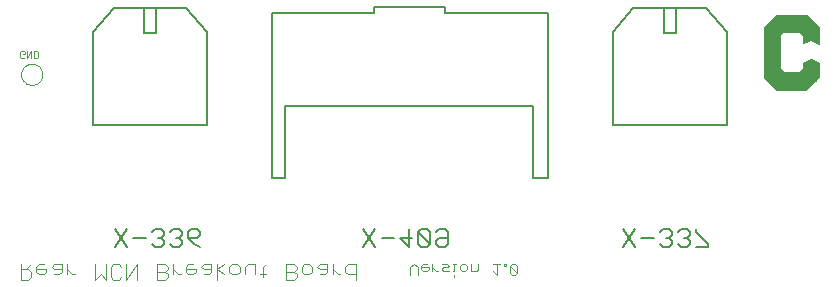
<source format=gbo>
G75*
G70*
%OFA0B0*%
%FSLAX24Y24*%
%IPPOS*%
%LPD*%
%AMOC8*
5,1,8,0,0,1.08239X$1,22.5*
%
%ADD10C,0.0050*%
%ADD11C,0.0020*%
%ADD12C,0.0039*%
%ADD13C,0.0040*%
%ADD14C,0.0030*%
%ADD15C,0.0020*%
D10*
X024221Y005884D02*
X024221Y008998D01*
X024910Y009786D01*
X027335Y009786D01*
X028024Y008998D01*
X028024Y005884D01*
X024221Y005884D01*
X025925Y008959D02*
X026319Y008959D01*
X026319Y009746D01*
X025925Y009746D02*
X025925Y008959D01*
X030177Y009628D02*
X030177Y004117D01*
X030610Y004117D01*
X030610Y006518D01*
X038878Y006518D01*
X038878Y004117D01*
X039390Y004117D01*
X039390Y009628D01*
X035965Y009628D01*
X035965Y009825D01*
X033603Y009825D01*
X033603Y009628D01*
X030177Y009628D01*
X041543Y008998D02*
X041543Y005884D01*
X045347Y005884D01*
X045347Y008998D01*
X044658Y009786D01*
X042232Y009786D01*
X041543Y008998D01*
X043248Y008959D02*
X043248Y009746D01*
X043642Y009746D02*
X043642Y008959D01*
X043248Y008959D01*
X043212Y002438D02*
X043111Y002336D01*
X043212Y002438D02*
X043416Y002438D01*
X043518Y002336D01*
X043518Y002234D01*
X043416Y002133D01*
X043314Y002133D01*
X043416Y002133D02*
X043518Y002031D01*
X043518Y001929D01*
X043416Y001827D01*
X043212Y001827D01*
X043111Y001929D01*
X042910Y002133D02*
X042503Y002133D01*
X042302Y002438D02*
X041895Y001827D01*
X042302Y001827D02*
X041895Y002438D01*
X043718Y002336D02*
X043820Y002438D01*
X044024Y002438D01*
X044125Y002336D01*
X044125Y002234D01*
X044024Y002133D01*
X043922Y002133D01*
X044024Y002133D02*
X044125Y002031D01*
X044125Y001929D01*
X044024Y001827D01*
X043820Y001827D01*
X043718Y001929D01*
X044326Y001827D02*
X044733Y001827D01*
X044733Y001929D01*
X044326Y002336D01*
X044326Y002438D01*
X036072Y002336D02*
X036072Y001929D01*
X035970Y001827D01*
X035766Y001827D01*
X035665Y001929D01*
X035665Y002031D01*
X035766Y002133D01*
X036072Y002133D01*
X036072Y002336D02*
X035970Y002438D01*
X035766Y002438D01*
X035665Y002336D01*
X035464Y002336D02*
X035362Y002438D01*
X035159Y002438D01*
X035057Y002336D01*
X035464Y001929D01*
X035464Y002336D01*
X035057Y002336D02*
X035057Y001929D01*
X035159Y001827D01*
X035362Y001827D01*
X035464Y001929D01*
X034856Y002133D02*
X034449Y002133D01*
X034754Y001827D01*
X034754Y002438D01*
X034249Y002133D02*
X033842Y002133D01*
X033641Y002438D02*
X033234Y001827D01*
X033641Y001827D02*
X033234Y002438D01*
X027804Y002336D02*
X027804Y002234D01*
X027702Y002133D01*
X027397Y002133D01*
X027397Y002336D01*
X027499Y002438D01*
X027702Y002438D01*
X027804Y002336D01*
X027397Y002133D02*
X027600Y001929D01*
X027804Y001827D01*
X027196Y001929D02*
X027196Y002031D01*
X027094Y002133D01*
X027196Y002234D01*
X027196Y002336D01*
X027094Y002438D01*
X026891Y002438D01*
X026789Y002336D01*
X026589Y002336D02*
X026589Y002234D01*
X026487Y002133D01*
X026385Y002133D01*
X026487Y002133D02*
X026589Y002031D01*
X026589Y001929D01*
X026487Y001827D01*
X026283Y001827D01*
X026182Y001929D01*
X025981Y002133D02*
X025574Y002133D01*
X025373Y002438D02*
X024966Y001827D01*
X025373Y001827D02*
X024966Y002438D01*
X026182Y002336D02*
X026283Y002438D01*
X026487Y002438D01*
X026589Y002336D01*
X026993Y002133D02*
X027094Y002133D01*
X027196Y001929D02*
X027094Y001827D01*
X026891Y001827D01*
X026789Y001929D01*
D11*
X022354Y008138D02*
X022243Y008138D01*
X022243Y008359D01*
X022354Y008359D01*
X022390Y008322D01*
X022390Y008175D01*
X022354Y008138D01*
X022169Y008138D02*
X022169Y008359D01*
X022022Y008138D01*
X022022Y008359D01*
X021948Y008322D02*
X021948Y008248D01*
X021875Y008248D01*
X021948Y008175D02*
X021912Y008138D01*
X021838Y008138D01*
X021801Y008175D01*
X021801Y008322D01*
X021838Y008359D01*
X021912Y008359D01*
X021948Y008322D01*
D12*
X021831Y007581D02*
X021833Y007618D01*
X021839Y007655D01*
X021848Y007690D01*
X021862Y007725D01*
X021878Y007758D01*
X021899Y007789D01*
X021922Y007818D01*
X021948Y007844D01*
X021977Y007867D01*
X022008Y007888D01*
X022041Y007904D01*
X022076Y007918D01*
X022111Y007927D01*
X022148Y007933D01*
X022185Y007935D01*
X022222Y007933D01*
X022259Y007927D01*
X022294Y007918D01*
X022329Y007904D01*
X022362Y007888D01*
X022393Y007867D01*
X022422Y007844D01*
X022448Y007818D01*
X022471Y007789D01*
X022492Y007758D01*
X022508Y007725D01*
X022522Y007690D01*
X022531Y007655D01*
X022537Y007618D01*
X022539Y007581D01*
X022537Y007544D01*
X022531Y007507D01*
X022522Y007472D01*
X022508Y007437D01*
X022492Y007404D01*
X022471Y007373D01*
X022448Y007344D01*
X022422Y007318D01*
X022393Y007295D01*
X022362Y007274D01*
X022329Y007258D01*
X022294Y007244D01*
X022259Y007235D01*
X022222Y007229D01*
X022185Y007227D01*
X022148Y007229D01*
X022111Y007235D01*
X022076Y007244D01*
X022041Y007258D01*
X022008Y007274D01*
X021977Y007295D01*
X021948Y007318D01*
X021922Y007344D01*
X021899Y007373D01*
X021878Y007404D01*
X021862Y007437D01*
X021848Y007472D01*
X021839Y007507D01*
X021833Y007544D01*
X021831Y007581D01*
D13*
X021811Y000741D02*
X022072Y000741D01*
X022158Y000828D01*
X022158Y001002D01*
X022072Y001088D01*
X021811Y001088D01*
X021811Y001262D02*
X021811Y000741D01*
X022327Y001002D02*
X022414Y000915D01*
X022587Y000915D01*
X022674Y001002D01*
X022674Y001088D01*
X022327Y001088D01*
X022327Y001002D02*
X022327Y001175D01*
X022414Y001262D01*
X022587Y001262D01*
X022843Y001175D02*
X022929Y001088D01*
X023190Y001088D01*
X023190Y001002D02*
X023190Y001262D01*
X022929Y001262D01*
X022843Y001175D01*
X022929Y000915D02*
X023103Y000915D01*
X023190Y001002D01*
X023358Y001088D02*
X023532Y000915D01*
X023619Y000915D01*
X023358Y000915D02*
X023358Y001262D01*
X024304Y001262D02*
X024304Y000741D01*
X024477Y000915D01*
X024651Y000741D01*
X024651Y001262D01*
X024819Y001175D02*
X024819Y000828D01*
X024906Y000741D01*
X025080Y000741D01*
X025166Y000828D01*
X025335Y000741D02*
X025682Y001262D01*
X025682Y000741D01*
X025335Y000741D02*
X025335Y001262D01*
X025166Y001175D02*
X025080Y001262D01*
X024906Y001262D01*
X024819Y001175D01*
X026366Y001262D02*
X026366Y000741D01*
X026626Y000741D01*
X026713Y000828D01*
X026713Y000915D01*
X026626Y001002D01*
X026366Y001002D01*
X026366Y001262D02*
X026626Y001262D01*
X026713Y001175D01*
X026713Y001088D01*
X026626Y001002D01*
X026882Y001088D02*
X027055Y000915D01*
X027142Y000915D01*
X027312Y001002D02*
X027312Y001175D01*
X027398Y001262D01*
X027572Y001262D01*
X027658Y001088D02*
X027312Y001088D01*
X027312Y001002D02*
X027398Y000915D01*
X027572Y000915D01*
X027658Y001002D01*
X027658Y001088D01*
X027827Y001175D02*
X027914Y001088D01*
X028174Y001088D01*
X028174Y001002D02*
X028174Y001262D01*
X027914Y001262D01*
X027827Y001175D01*
X027914Y000915D02*
X028087Y000915D01*
X028174Y001002D01*
X028343Y001088D02*
X028603Y000915D01*
X028772Y001002D02*
X028772Y001175D01*
X028859Y001262D01*
X029033Y001262D01*
X029119Y001175D01*
X029119Y001002D01*
X029033Y000915D01*
X028859Y000915D01*
X028772Y001002D01*
X028603Y001262D02*
X028343Y001088D01*
X028343Y001262D02*
X028343Y000741D01*
X029288Y000915D02*
X029288Y001175D01*
X029375Y001262D01*
X029635Y001262D01*
X029635Y000915D01*
X029804Y000915D02*
X029977Y000915D01*
X029890Y000828D02*
X029890Y001175D01*
X029977Y001262D01*
X030663Y001262D02*
X030663Y000741D01*
X030923Y000741D01*
X031010Y000828D01*
X031010Y000915D01*
X030923Y001002D01*
X030663Y001002D01*
X030663Y001262D02*
X030923Y001262D01*
X031010Y001175D01*
X031010Y001088D01*
X030923Y001002D01*
X031179Y001002D02*
X031179Y001175D01*
X031265Y001262D01*
X031439Y001262D01*
X031526Y001175D01*
X031526Y001002D01*
X031439Y000915D01*
X031265Y000915D01*
X031179Y001002D01*
X031694Y001175D02*
X031781Y001088D01*
X032041Y001088D01*
X032041Y001002D02*
X032041Y001262D01*
X031781Y001262D01*
X031694Y001175D01*
X031781Y000915D02*
X031955Y000915D01*
X032041Y001002D01*
X032210Y001088D02*
X032383Y000915D01*
X032470Y000915D01*
X032640Y001002D02*
X032640Y001175D01*
X032726Y001262D01*
X032987Y001262D01*
X032987Y000741D01*
X032987Y000915D02*
X032726Y000915D01*
X032640Y001002D01*
X032210Y000915D02*
X032210Y001262D01*
X026882Y001262D02*
X026882Y000915D01*
X022158Y001262D02*
X021985Y001088D01*
D14*
X034799Y001143D02*
X034799Y000897D01*
X035045Y000897D02*
X035045Y001143D01*
X034922Y001267D01*
X034799Y001143D01*
X035167Y001143D02*
X035414Y001143D01*
X035414Y001082D01*
X035352Y001020D01*
X035229Y001020D01*
X035167Y001082D01*
X035167Y001205D01*
X035229Y001267D01*
X035352Y001267D01*
X035535Y001267D02*
X035535Y001020D01*
X035535Y001143D02*
X035659Y001020D01*
X035720Y001020D01*
X035842Y001082D02*
X035904Y001020D01*
X036089Y001020D01*
X036210Y001020D02*
X036272Y001020D01*
X036272Y001267D01*
X036210Y001267D02*
X036334Y001267D01*
X036456Y001205D02*
X036518Y001267D01*
X036641Y001267D01*
X036703Y001205D01*
X036703Y001082D01*
X036641Y001020D01*
X036518Y001020D01*
X036456Y001082D01*
X036456Y001205D01*
X036272Y000897D02*
X036272Y000835D01*
X036027Y001143D02*
X035904Y001143D01*
X035842Y001082D01*
X035842Y001267D02*
X036027Y001267D01*
X036089Y001205D01*
X036027Y001143D01*
X036824Y001020D02*
X037009Y001020D01*
X037071Y001082D01*
X037071Y001267D01*
X036824Y001267D02*
X036824Y001020D01*
X037561Y001020D02*
X037684Y000897D01*
X037684Y001267D01*
X037561Y001267D02*
X037808Y001267D01*
X037929Y001267D02*
X037991Y001267D01*
X037991Y001205D01*
X037929Y001205D01*
X037929Y001267D01*
X038113Y001205D02*
X038360Y000958D01*
X038360Y001205D01*
X038298Y001267D01*
X038175Y001267D01*
X038113Y001205D01*
X038113Y000958D01*
X038175Y000897D01*
X038298Y000897D01*
X038360Y000958D01*
D15*
X046575Y007487D02*
X046996Y007069D01*
X048008Y007073D01*
X048417Y007483D01*
X046578Y007483D01*
X046575Y007487D02*
X046579Y009156D01*
X046595Y009156D01*
X046988Y009550D01*
X048012Y009561D01*
X048002Y009561D01*
X048012Y009561D02*
X048414Y009160D01*
X048417Y008609D01*
X048150Y008735D01*
X047886Y008613D01*
X047886Y008872D01*
X047768Y008991D01*
X047217Y008987D01*
X047118Y008888D01*
X047118Y007778D01*
X047229Y007672D01*
X047776Y007672D01*
X047882Y007770D01*
X047878Y007971D01*
X048158Y008085D01*
X048157Y008085D01*
X048158Y008085D02*
X048417Y007971D01*
X048417Y007483D01*
X048417Y007501D02*
X046575Y007501D01*
X046575Y007520D02*
X048417Y007520D01*
X048417Y007538D02*
X046575Y007538D01*
X046575Y007556D02*
X048417Y007556D01*
X048417Y007574D02*
X046575Y007574D01*
X046575Y007593D02*
X048417Y007593D01*
X048417Y007611D02*
X046575Y007611D01*
X046575Y007629D02*
X048417Y007629D01*
X048417Y007647D02*
X046575Y007647D01*
X046575Y007666D02*
X048417Y007666D01*
X048417Y007684D02*
X047789Y007684D01*
X047809Y007702D02*
X048417Y007702D01*
X048417Y007720D02*
X047828Y007720D01*
X047848Y007738D02*
X048417Y007738D01*
X048417Y007757D02*
X047868Y007757D01*
X047882Y007775D02*
X048417Y007775D01*
X048417Y007793D02*
X047882Y007793D01*
X047881Y007811D02*
X048417Y007811D01*
X048417Y007830D02*
X047881Y007830D01*
X047881Y007848D02*
X048417Y007848D01*
X048417Y007866D02*
X047880Y007866D01*
X047880Y007884D02*
X048417Y007884D01*
X048417Y007903D02*
X047879Y007903D01*
X047879Y007921D02*
X048417Y007921D01*
X048417Y007939D02*
X047879Y007939D01*
X047878Y007957D02*
X048417Y007957D01*
X048407Y007975D02*
X047889Y007975D01*
X047934Y007994D02*
X048366Y007994D01*
X048324Y008012D02*
X047979Y008012D01*
X048023Y008030D02*
X048283Y008030D01*
X048241Y008048D02*
X048068Y008048D01*
X048112Y008067D02*
X048200Y008067D01*
X048407Y008613D02*
X048417Y008613D01*
X048417Y008632D02*
X048369Y008632D01*
X048330Y008650D02*
X048417Y008650D01*
X048417Y008668D02*
X048291Y008668D01*
X048252Y008686D02*
X048417Y008686D01*
X048417Y008705D02*
X048214Y008705D01*
X048175Y008723D02*
X048417Y008723D01*
X048417Y008741D02*
X047886Y008741D01*
X047886Y008723D02*
X048124Y008723D01*
X048085Y008705D02*
X047886Y008705D01*
X047886Y008686D02*
X048045Y008686D01*
X048006Y008668D02*
X047886Y008668D01*
X047886Y008650D02*
X047967Y008650D01*
X047927Y008632D02*
X047886Y008632D01*
X047886Y008613D02*
X047888Y008613D01*
X047886Y008759D02*
X048416Y008759D01*
X048416Y008777D02*
X047886Y008777D01*
X047886Y008796D02*
X048416Y008796D01*
X048416Y008814D02*
X047886Y008814D01*
X047886Y008832D02*
X048416Y008832D01*
X048416Y008850D02*
X047886Y008850D01*
X047886Y008869D02*
X048416Y008869D01*
X048416Y008887D02*
X047872Y008887D01*
X047853Y008905D02*
X048415Y008905D01*
X048415Y008923D02*
X047835Y008923D01*
X047817Y008942D02*
X048415Y008942D01*
X048415Y008960D02*
X047799Y008960D01*
X047780Y008978D02*
X048415Y008978D01*
X048415Y008996D02*
X046579Y008996D01*
X046579Y008978D02*
X047208Y008978D01*
X047190Y008960D02*
X046578Y008960D01*
X046578Y008942D02*
X047172Y008942D01*
X047153Y008923D02*
X046578Y008923D01*
X046578Y008905D02*
X047135Y008905D01*
X047118Y008887D02*
X046578Y008887D01*
X046578Y008869D02*
X047118Y008869D01*
X047118Y008850D02*
X046578Y008850D01*
X046578Y008832D02*
X047118Y008832D01*
X047118Y008814D02*
X046578Y008814D01*
X046578Y008796D02*
X047118Y008796D01*
X047118Y008777D02*
X046578Y008777D01*
X046578Y008759D02*
X047118Y008759D01*
X047118Y008741D02*
X046578Y008741D01*
X046578Y008723D02*
X047118Y008723D01*
X047118Y008705D02*
X046578Y008705D01*
X046578Y008686D02*
X047118Y008686D01*
X047118Y008668D02*
X046578Y008668D01*
X046578Y008650D02*
X047118Y008650D01*
X047118Y008632D02*
X046578Y008632D01*
X046578Y008613D02*
X047118Y008613D01*
X047118Y008595D02*
X046578Y008595D01*
X046578Y008577D02*
X047118Y008577D01*
X047118Y008559D02*
X046578Y008559D01*
X046577Y008541D02*
X047118Y008541D01*
X047118Y008522D02*
X046577Y008522D01*
X046577Y008504D02*
X047118Y008504D01*
X047118Y008486D02*
X046577Y008486D01*
X046577Y008468D02*
X047118Y008468D01*
X047118Y008449D02*
X046577Y008449D01*
X046577Y008431D02*
X047118Y008431D01*
X047118Y008413D02*
X046577Y008413D01*
X046577Y008395D02*
X047118Y008395D01*
X047118Y008376D02*
X046577Y008376D01*
X046577Y008358D02*
X047118Y008358D01*
X047118Y008340D02*
X046577Y008340D01*
X046577Y008322D02*
X047118Y008322D01*
X047118Y008304D02*
X046577Y008304D01*
X046577Y008285D02*
X047118Y008285D01*
X047118Y008267D02*
X046577Y008267D01*
X046577Y008249D02*
X047118Y008249D01*
X047118Y008231D02*
X046577Y008231D01*
X046577Y008212D02*
X047118Y008212D01*
X047118Y008194D02*
X046577Y008194D01*
X046577Y008176D02*
X047118Y008176D01*
X047118Y008158D02*
X046577Y008158D01*
X046577Y008139D02*
X047118Y008139D01*
X047118Y008121D02*
X046576Y008121D01*
X046576Y008103D02*
X047118Y008103D01*
X047118Y008085D02*
X046576Y008085D01*
X046576Y008067D02*
X047118Y008067D01*
X047118Y008048D02*
X046576Y008048D01*
X046576Y008030D02*
X047118Y008030D01*
X047118Y008012D02*
X046576Y008012D01*
X046576Y007994D02*
X047118Y007994D01*
X047118Y007975D02*
X046576Y007975D01*
X046576Y007957D02*
X047118Y007957D01*
X047118Y007939D02*
X046576Y007939D01*
X046576Y007921D02*
X047118Y007921D01*
X047118Y007903D02*
X046576Y007903D01*
X046576Y007884D02*
X047118Y007884D01*
X047118Y007866D02*
X046576Y007866D01*
X046576Y007848D02*
X047118Y007848D01*
X047118Y007830D02*
X046576Y007830D01*
X046576Y007811D02*
X047118Y007811D01*
X047118Y007793D02*
X046576Y007793D01*
X046576Y007775D02*
X047121Y007775D01*
X047140Y007757D02*
X046576Y007757D01*
X046576Y007738D02*
X047159Y007738D01*
X047178Y007720D02*
X046576Y007720D01*
X046575Y007702D02*
X047197Y007702D01*
X047216Y007684D02*
X046575Y007684D01*
X046597Y007465D02*
X048400Y007465D01*
X048382Y007447D02*
X046615Y007447D01*
X046634Y007429D02*
X048363Y007429D01*
X048345Y007410D02*
X046652Y007410D01*
X046670Y007392D02*
X048327Y007392D01*
X048309Y007374D02*
X046689Y007374D01*
X046707Y007356D02*
X048290Y007356D01*
X048272Y007337D02*
X046726Y007337D01*
X046744Y007319D02*
X048254Y007319D01*
X048236Y007301D02*
X046762Y007301D01*
X046781Y007283D02*
X048218Y007283D01*
X048199Y007265D02*
X046799Y007265D01*
X046818Y007246D02*
X048181Y007246D01*
X048163Y007228D02*
X046836Y007228D01*
X046854Y007210D02*
X048145Y007210D01*
X048126Y007192D02*
X046873Y007192D01*
X046891Y007173D02*
X048108Y007173D01*
X048090Y007155D02*
X046910Y007155D01*
X046928Y007137D02*
X048072Y007137D01*
X048054Y007119D02*
X046946Y007119D01*
X046965Y007100D02*
X048035Y007100D01*
X048017Y007082D02*
X046983Y007082D01*
X046579Y009014D02*
X048415Y009014D01*
X048414Y009033D02*
X046579Y009033D01*
X046579Y009051D02*
X048414Y009051D01*
X048414Y009069D02*
X046579Y009069D01*
X046579Y009087D02*
X048414Y009087D01*
X048414Y009106D02*
X046579Y009106D01*
X046579Y009124D02*
X048414Y009124D01*
X048414Y009142D02*
X046579Y009142D01*
X046599Y009160D02*
X048413Y009160D01*
X048395Y009179D02*
X046617Y009179D01*
X046635Y009197D02*
X048377Y009197D01*
X048358Y009215D02*
X046654Y009215D01*
X046672Y009233D02*
X048340Y009233D01*
X048322Y009251D02*
X046690Y009251D01*
X046708Y009270D02*
X048304Y009270D01*
X048286Y009288D02*
X046727Y009288D01*
X046745Y009306D02*
X048267Y009306D01*
X048249Y009324D02*
X046763Y009324D01*
X046781Y009343D02*
X048231Y009343D01*
X048213Y009361D02*
X046800Y009361D01*
X046818Y009379D02*
X048194Y009379D01*
X048176Y009397D02*
X046836Y009397D01*
X046854Y009415D02*
X048158Y009415D01*
X048140Y009434D02*
X046872Y009434D01*
X046891Y009452D02*
X048121Y009452D01*
X048103Y009470D02*
X046909Y009470D01*
X046927Y009488D02*
X048085Y009488D01*
X048067Y009507D02*
X046945Y009507D01*
X046964Y009525D02*
X048049Y009525D01*
X048030Y009543D02*
X046982Y009543D01*
M02*

</source>
